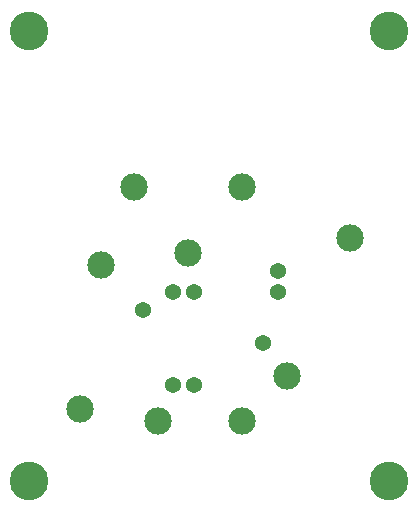
<source format=gbs>
%FSLAX25Y25*%
%MOIN*%
G70*
G01*
G75*
G04 Layer_Color=16711935*
%ADD10R,0.04134X0.01575*%
%ADD11R,0.03937X0.03740*%
%ADD12R,0.03740X0.03937*%
%ADD13O,0.02756X0.05118*%
%ADD14R,0.02756X0.05118*%
%ADD15R,0.10039X0.09055*%
%ADD16R,0.04488X0.05512*%
%ADD17R,0.07874X0.06496*%
%ADD18C,0.02000*%
%ADD19C,0.01500*%
%ADD20C,0.01000*%
%ADD21C,0.06000*%
%ADD22C,0.08700*%
%ADD23C,0.12500*%
%ADD24C,0.05000*%
%ADD25C,0.00799*%
%ADD26C,0.00984*%
%ADD27C,0.00787*%
%ADD28C,0.00700*%
%ADD29C,0.00800*%
%ADD30R,0.04534X0.01975*%
%ADD31R,0.04337X0.04140*%
%ADD32R,0.04140X0.04337*%
%ADD33O,0.03156X0.05518*%
%ADD34R,0.03156X0.05518*%
%ADD35R,0.10439X0.09455*%
%ADD36R,0.04888X0.05912*%
%ADD37R,0.08274X0.06896*%
%ADD38C,0.09100*%
%ADD39C,0.12900*%
%ADD40C,0.05400*%
D38*
X44000Y92000D02*
D03*
X106000Y55000D02*
D03*
X127000Y101000D02*
D03*
X91000Y40000D02*
D03*
X55000Y118000D02*
D03*
X37000Y44000D02*
D03*
X91000Y118000D02*
D03*
X73000Y96000D02*
D03*
X63000Y40000D02*
D03*
D39*
X140000Y20000D02*
D03*
X20000D02*
D03*
X140000Y170000D02*
D03*
X20000D02*
D03*
D40*
X75000Y83000D02*
D03*
X68000D02*
D03*
X58000Y77000D02*
D03*
X103000Y90000D02*
D03*
Y83000D02*
D03*
X98000Y66000D02*
D03*
X75000Y52000D02*
D03*
X68000D02*
D03*
M02*

</source>
